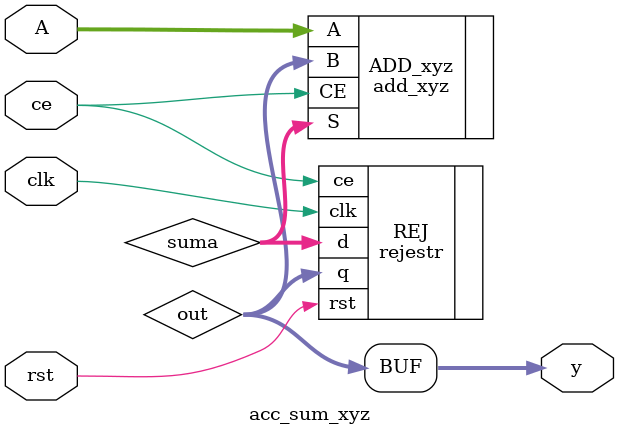
<source format=v>
`timescale 1ns / 1ps

module acc_sum_xyz(
    input clk,
    input ce,
    input rst,
    input [15:0]A,
    
    output [24:0]y //s15c9f
);
    
wire [24:0]out;
wire [24:0]suma;

rejestr# (.N(25)) REJ
(
    .clk(clk),
    .ce(ce),
    .rst(rst),
    .d(suma),
    .q(out)
);

// latencja = 0
add_xyz ADD_xyz
(
    .A(A),
    .B(out),
    .CE(ce),
    .S(suma)
);

assign y = out;
    
endmodule

</source>
